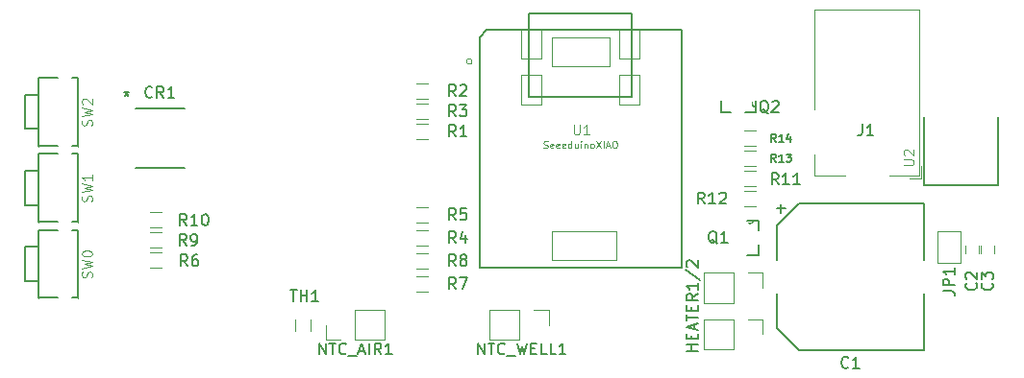
<source format=gto>
G04 #@! TF.GenerationSoftware,KiCad,Pcbnew,(5.1.6-0-10_14)*
G04 #@! TF.CreationDate,2020-10-30T11:13:33+09:00*
G04 #@! TF.ProjectId,NinjaLAMP,4e696e6a-614c-4414-9d50-2e6b69636164,rev?*
G04 #@! TF.SameCoordinates,Original*
G04 #@! TF.FileFunction,Legend,Top*
G04 #@! TF.FilePolarity,Positive*
%FSLAX46Y46*%
G04 Gerber Fmt 4.6, Leading zero omitted, Abs format (unit mm)*
G04 Created by KiCad (PCBNEW (5.1.6-0-10_14)) date 2020-10-30 11:13:33*
%MOMM*%
%LPD*%
G01*
G04 APERTURE LIST*
%ADD10C,0.150000*%
%ADD11C,0.120000*%
%ADD12C,0.152400*%
%ADD13C,0.066040*%
%ADD14C,0.127000*%
%ADD15C,0.100000*%
%ADD16C,0.203200*%
%ADD17C,0.101600*%
%ADD18C,0.076200*%
G04 APERTURE END LIST*
D10*
X167740060Y-116924710D02*
X166740060Y-116924710D01*
X167216251Y-116924710D02*
X167216251Y-116353281D01*
X167740060Y-116353281D02*
X166740060Y-116353281D01*
X167216251Y-115877091D02*
X167216251Y-115543758D01*
X167740060Y-115400900D02*
X167740060Y-115877091D01*
X166740060Y-115877091D01*
X166740060Y-115400900D01*
X167454346Y-115019948D02*
X167454346Y-114543758D01*
X167740060Y-115115186D02*
X166740060Y-114781853D01*
X167740060Y-114448520D01*
X166740060Y-114258043D02*
X166740060Y-113686615D01*
X167740060Y-113972329D02*
X166740060Y-113972329D01*
X167216251Y-113353281D02*
X167216251Y-113019948D01*
X167740060Y-112877091D02*
X167740060Y-113353281D01*
X166740060Y-113353281D01*
X166740060Y-112877091D01*
X167740060Y-111877091D02*
X167263870Y-112210424D01*
X167740060Y-112448520D02*
X166740060Y-112448520D01*
X166740060Y-112067567D01*
X166787680Y-111972329D01*
X166835299Y-111924710D01*
X166930537Y-111877091D01*
X167073394Y-111877091D01*
X167168632Y-111924710D01*
X167216251Y-111972329D01*
X167263870Y-112067567D01*
X167263870Y-112448520D01*
X167740060Y-110924710D02*
X167740060Y-111496139D01*
X167740060Y-111210424D02*
X166740060Y-111210424D01*
X166882918Y-111305662D01*
X166978156Y-111400900D01*
X167025775Y-111496139D01*
X166692441Y-109781853D02*
X167978156Y-110638996D01*
X166835299Y-109496139D02*
X166787680Y-109448520D01*
X166740060Y-109353281D01*
X166740060Y-109115186D01*
X166787680Y-109019948D01*
X166835299Y-108972329D01*
X166930537Y-108924710D01*
X167025775Y-108924710D01*
X167168632Y-108972329D01*
X167740060Y-109543758D01*
X167740060Y-108924710D01*
D11*
G04 #@! TO.C,HEATER1*
X173479240Y-114112800D02*
X173479240Y-115442800D01*
X172149240Y-114112800D02*
X173479240Y-114112800D01*
X170879240Y-114112800D02*
X170879240Y-116772800D01*
X170879240Y-116772800D02*
X168279240Y-116772800D01*
X170879240Y-114112800D02*
X168279240Y-114112800D01*
X168279240Y-114112800D02*
X168279240Y-116772800D01*
G04 #@! TO.C,HEATER2*
X168289400Y-110039400D02*
X168289400Y-112699400D01*
X170889400Y-110039400D02*
X168289400Y-110039400D01*
X170889400Y-112699400D02*
X168289400Y-112699400D01*
X170889400Y-110039400D02*
X170889400Y-112699400D01*
X172159400Y-110039400D02*
X173489400Y-110039400D01*
X173489400Y-110039400D02*
X173489400Y-111369400D01*
G04 #@! TO.C,J1*
X187224200Y-101474400D02*
X184624200Y-101474400D01*
X187224200Y-86774400D02*
X187224200Y-101474400D01*
X178024200Y-101474400D02*
X178024200Y-99574400D01*
X180724200Y-101474400D02*
X178024200Y-101474400D01*
X178024200Y-86774400D02*
X187224200Y-86774400D01*
X178024200Y-95574400D02*
X178024200Y-86774400D01*
X187424200Y-100624400D02*
X187424200Y-101674400D01*
X186374200Y-101674400D02*
X187424200Y-101674400D01*
G04 #@! TO.C,NTC_AIR1*
X134990000Y-115960000D02*
X134990000Y-114630000D01*
X136320000Y-115960000D02*
X134990000Y-115960000D01*
X137590000Y-115960000D02*
X137590000Y-113300000D01*
X137590000Y-113300000D02*
X140190000Y-113300000D01*
X137590000Y-115960000D02*
X140190000Y-115960000D01*
X140190000Y-115960000D02*
X140190000Y-113300000D01*
G04 #@! TO.C,NTC_WELL1*
X149422500Y-113300000D02*
X149422500Y-115960000D01*
X152022500Y-113300000D02*
X149422500Y-113300000D01*
X152022500Y-115960000D02*
X149422500Y-115960000D01*
X152022500Y-113300000D02*
X152022500Y-115960000D01*
X153292500Y-113300000D02*
X154622500Y-113300000D01*
X154622500Y-113300000D02*
X154622500Y-114630000D01*
D12*
G04 #@! TO.C,Q1*
X172680100Y-105384400D02*
X172095900Y-105384400D01*
X173086500Y-105384400D02*
X172680100Y-105384400D01*
X173086500Y-108432400D02*
X173086500Y-107518000D01*
X172095900Y-108432400D02*
X173086500Y-108432400D01*
X173086500Y-106298800D02*
X173086500Y-105384400D01*
X172680100Y-105384400D02*
G75*
G02*
X172273700Y-105663800I-301019J2582D01*
G01*
G04 #@! TO.C,Q2*
X171918100Y-95821300D02*
X172832500Y-95821300D01*
X169784500Y-94830700D02*
X169784500Y-95821300D01*
X169784500Y-95821300D02*
X170698900Y-95821300D01*
X172832500Y-95821300D02*
X172832500Y-95414900D01*
X172832500Y-95414900D02*
X172832500Y-94830700D01*
X172832500Y-95414900D02*
G75*
G02*
X172553100Y-95008500I2582J301019D01*
G01*
D11*
G04 #@! TO.C,R4*
X143010000Y-106254000D02*
X144010000Y-106254000D01*
X144010000Y-107614000D02*
X143010000Y-107614000D01*
G04 #@! TO.C,R5*
X144010000Y-105582000D02*
X143010000Y-105582000D01*
X143010000Y-104222000D02*
X144010000Y-104222000D01*
G04 #@! TO.C,R7*
X144010000Y-111678000D02*
X143010000Y-111678000D01*
X143010000Y-110318000D02*
X144010000Y-110318000D01*
G04 #@! TO.C,R8*
X143010000Y-108286000D02*
X144010000Y-108286000D01*
X144010000Y-109646000D02*
X143010000Y-109646000D01*
G04 #@! TO.C,R11*
X171821960Y-100996000D02*
X172821960Y-100996000D01*
X172821960Y-102356000D02*
X171821960Y-102356000D01*
G04 #@! TO.C,R12*
X172821960Y-104134000D02*
X171821960Y-104134000D01*
X171821960Y-102774000D02*
X172821960Y-102774000D01*
G04 #@! TO.C,R9*
X120510000Y-107806000D02*
X119510000Y-107806000D01*
X119510000Y-106446000D02*
X120510000Y-106446000D01*
G04 #@! TO.C,R1*
X143010000Y-96856000D02*
X144010000Y-96856000D01*
X144010000Y-98216000D02*
X143010000Y-98216000D01*
G04 #@! TO.C,R2*
X144010000Y-94660000D02*
X143010000Y-94660000D01*
X143010000Y-93300000D02*
X144010000Y-93300000D01*
G04 #@! TO.C,R13*
X172821960Y-100578000D02*
X171821960Y-100578000D01*
X171821960Y-99218000D02*
X172821960Y-99218000D01*
G04 #@! TO.C,R3*
X143010000Y-95078000D02*
X144010000Y-95078000D01*
X144010000Y-96438000D02*
X143010000Y-96438000D01*
G04 #@! TO.C,R14*
X172821960Y-98800000D02*
X171821960Y-98800000D01*
X171821960Y-97440000D02*
X172821960Y-97440000D01*
D13*
G04 #@! TO.C,U1*
X154870000Y-91760000D02*
X159950000Y-91760000D01*
X159950000Y-91760000D02*
X159950000Y-89220000D01*
X154870000Y-89220000D02*
X159950000Y-89220000D01*
X154870000Y-91760000D02*
X154870000Y-89220000D01*
X154870000Y-108905000D02*
X160585000Y-108905000D01*
X160585000Y-108905000D02*
X160585000Y-106365000D01*
X154870000Y-106365000D02*
X160585000Y-106365000D01*
X154870000Y-108905000D02*
X154870000Y-106365000D01*
X152203000Y-91125000D02*
X153981000Y-91125000D01*
X153981000Y-91125000D02*
X153981000Y-88458000D01*
X152203000Y-88458000D02*
X153981000Y-88458000D01*
X152203000Y-91125000D02*
X152203000Y-88458000D01*
X152203000Y-95191540D02*
X153981000Y-95191540D01*
X153981000Y-95191540D02*
X153981000Y-92522000D01*
X152203000Y-92522000D02*
X153981000Y-92522000D01*
X152203000Y-95191540D02*
X152203000Y-92522000D01*
X160839000Y-95191540D02*
X162617000Y-95191540D01*
X162617000Y-95191540D02*
X162617000Y-92522000D01*
X160839000Y-92522000D02*
X162617000Y-92522000D01*
X160839000Y-95191540D02*
X160839000Y-92522000D01*
X160839000Y-91125000D02*
X162617000Y-91125000D01*
X162617000Y-91125000D02*
X162617000Y-88458000D01*
X160839000Y-88458000D02*
X162617000Y-88458000D01*
X160839000Y-91125000D02*
X160839000Y-88458000D01*
D14*
X148520000Y-109540000D02*
X166317780Y-109540000D01*
X166317780Y-109540000D02*
X166317780Y-88541820D01*
X166317780Y-88541820D02*
X149190560Y-88541820D01*
X149190560Y-88541820D02*
X148520000Y-89212380D01*
X148520000Y-89212380D02*
X148520000Y-109540000D01*
X152919280Y-87116880D02*
X161913420Y-87116880D01*
X161913420Y-87116880D02*
X161913420Y-94470180D01*
X161913420Y-94470180D02*
X152914200Y-94470180D01*
X152914200Y-94470180D02*
X152914200Y-87116880D01*
D15*
X147885000Y-91379000D02*
G75*
G03*
X147885000Y-91379000I-254000J0D01*
G01*
D11*
G04 #@! TO.C,TH1*
X133682500Y-114127000D02*
X133682500Y-115127000D01*
X132322500Y-115127000D02*
X132322500Y-114127000D01*
D14*
G04 #@! TO.C,SW1*
X113168080Y-99540260D02*
X112619440Y-99540260D01*
X109721300Y-99540260D02*
X111420560Y-99540260D01*
X109721300Y-105539740D02*
X111420560Y-105539740D01*
X113168080Y-105539740D02*
X112619440Y-105539740D01*
X108522420Y-101041400D02*
X109670500Y-101041400D01*
X108522420Y-104038600D02*
X108522420Y-101041400D01*
X109670500Y-104038600D02*
X108522420Y-104038600D01*
X109670500Y-101041400D02*
X109670500Y-99540260D01*
X109670500Y-104038600D02*
X109670500Y-101041400D01*
X109670500Y-105539740D02*
X109670500Y-104038600D01*
X113168080Y-105539740D02*
X113168080Y-99540260D01*
D13*
X109734000Y-105588000D02*
X109734000Y-99619000D01*
X113163000Y-105588000D02*
X113163000Y-99619000D01*
D11*
G04 #@! TO.C,R6*
X119510000Y-108224000D02*
X120510000Y-108224000D01*
X120510000Y-109584000D02*
X119510000Y-109584000D01*
G04 #@! TO.C,R10*
X120510000Y-106028000D02*
X119510000Y-106028000D01*
X119510000Y-104668000D02*
X120510000Y-104668000D01*
D14*
G04 #@! TO.C,SW0*
X113168080Y-106240260D02*
X112619440Y-106240260D01*
X109721300Y-106240260D02*
X111420560Y-106240260D01*
X109721300Y-112239740D02*
X111420560Y-112239740D01*
X113168080Y-112239740D02*
X112619440Y-112239740D01*
X108522420Y-107741400D02*
X109670500Y-107741400D01*
X108522420Y-110738600D02*
X108522420Y-107741400D01*
X109670500Y-110738600D02*
X108522420Y-110738600D01*
X109670500Y-107741400D02*
X109670500Y-106240260D01*
X109670500Y-110738600D02*
X109670500Y-107741400D01*
X109670500Y-112239740D02*
X109670500Y-110738600D01*
X113168080Y-112239740D02*
X113168080Y-106240260D01*
D13*
X109734000Y-112288000D02*
X109734000Y-106319000D01*
X113163000Y-112288000D02*
X113163000Y-106319000D01*
G04 #@! TO.C,SW2*
X113163000Y-98888000D02*
X113163000Y-92919000D01*
X109734000Y-98888000D02*
X109734000Y-92919000D01*
D14*
X113168080Y-98839740D02*
X113168080Y-92840260D01*
X109670500Y-98839740D02*
X109670500Y-97338600D01*
X109670500Y-97338600D02*
X109670500Y-94341400D01*
X109670500Y-94341400D02*
X109670500Y-92840260D01*
X109670500Y-97338600D02*
X108522420Y-97338600D01*
X108522420Y-97338600D02*
X108522420Y-94341400D01*
X108522420Y-94341400D02*
X109670500Y-94341400D01*
X113168080Y-98839740D02*
X112619440Y-98839740D01*
X109721300Y-98839740D02*
X111420560Y-98839740D01*
X109721300Y-92840260D02*
X111420560Y-92840260D01*
X113168080Y-92840260D02*
X112619440Y-92840260D01*
D12*
G04 #@! TO.C,CR1*
X122526100Y-95491100D02*
X118258900Y-95491100D01*
X118258900Y-100748900D02*
X122526100Y-100748900D01*
D11*
G04 #@! TO.C,C2*
X191292500Y-108327000D02*
X191292500Y-107627000D01*
X192492500Y-107627000D02*
X192492500Y-108327000D01*
G04 #@! TO.C,C3*
X193892500Y-107627000D02*
X193892500Y-108327000D01*
X192692500Y-108327000D02*
X192692500Y-107627000D01*
D16*
G04 #@! TO.C,U2*
X187669900Y-102290000D02*
X187669900Y-96295600D01*
X194223100Y-102290000D02*
X187669900Y-102290000D01*
X194223100Y-96295600D02*
X194223100Y-102290000D01*
D11*
G04 #@! TO.C,JP1*
X188892500Y-109177000D02*
X188892500Y-106377000D01*
X188892500Y-106377000D02*
X190892500Y-106377000D01*
X190892500Y-106377000D02*
X190892500Y-109177000D01*
X190892500Y-109177000D02*
X188892500Y-109177000D01*
D16*
G04 #@! TO.C,C1*
X187692500Y-116867880D02*
X176692500Y-116867880D01*
X176692500Y-116867880D02*
X174692500Y-114867880D01*
X174692500Y-105867880D02*
X176692500Y-103867880D01*
X176692500Y-103867880D02*
X187692500Y-103867880D01*
X187692500Y-116867880D02*
X187692500Y-111867880D01*
X187692500Y-103867880D02*
X187692500Y-108867880D01*
X174692500Y-105867880D02*
X174692500Y-108867880D01*
X174692500Y-114867880D02*
X174692500Y-111867880D01*
G04 #@! TO.C,J1*
D10*
X182222286Y-96912740D02*
X182222286Y-97627026D01*
X182174667Y-97769883D01*
X182079429Y-97865121D01*
X181936572Y-97912740D01*
X181841334Y-97912740D01*
X183222286Y-97912740D02*
X182650858Y-97912740D01*
X182936572Y-97912740D02*
X182936572Y-96912740D01*
X182841334Y-97055598D01*
X182746096Y-97150836D01*
X182650858Y-97198455D01*
G04 #@! TO.C,NTC_AIR1*
X134402023Y-117229380D02*
X134402023Y-116229380D01*
X134973452Y-117229380D01*
X134973452Y-116229380D01*
X135306785Y-116229380D02*
X135878214Y-116229380D01*
X135592500Y-117229380D02*
X135592500Y-116229380D01*
X136782976Y-117134142D02*
X136735357Y-117181761D01*
X136592500Y-117229380D01*
X136497261Y-117229380D01*
X136354404Y-117181761D01*
X136259166Y-117086523D01*
X136211547Y-116991285D01*
X136163928Y-116800809D01*
X136163928Y-116657952D01*
X136211547Y-116467476D01*
X136259166Y-116372238D01*
X136354404Y-116277000D01*
X136497261Y-116229380D01*
X136592500Y-116229380D01*
X136735357Y-116277000D01*
X136782976Y-116324619D01*
X136973452Y-117324619D02*
X137735357Y-117324619D01*
X137925833Y-116943666D02*
X138402023Y-116943666D01*
X137830595Y-117229380D02*
X138163928Y-116229380D01*
X138497261Y-117229380D01*
X138830595Y-117229380D02*
X138830595Y-116229380D01*
X139878214Y-117229380D02*
X139544880Y-116753190D01*
X139306785Y-117229380D02*
X139306785Y-116229380D01*
X139687738Y-116229380D01*
X139782976Y-116277000D01*
X139830595Y-116324619D01*
X139878214Y-116419857D01*
X139878214Y-116562714D01*
X139830595Y-116657952D01*
X139782976Y-116705571D01*
X139687738Y-116753190D01*
X139306785Y-116753190D01*
X140830595Y-117229380D02*
X140259166Y-117229380D01*
X140544880Y-117229380D02*
X140544880Y-116229380D01*
X140449642Y-116372238D01*
X140354404Y-116467476D01*
X140259166Y-116515095D01*
G04 #@! TO.C,NTC_WELL1*
X148375357Y-117229380D02*
X148375357Y-116229380D01*
X148946785Y-117229380D01*
X148946785Y-116229380D01*
X149280119Y-116229380D02*
X149851547Y-116229380D01*
X149565833Y-117229380D02*
X149565833Y-116229380D01*
X150756309Y-117134142D02*
X150708690Y-117181761D01*
X150565833Y-117229380D01*
X150470595Y-117229380D01*
X150327738Y-117181761D01*
X150232500Y-117086523D01*
X150184880Y-116991285D01*
X150137261Y-116800809D01*
X150137261Y-116657952D01*
X150184880Y-116467476D01*
X150232500Y-116372238D01*
X150327738Y-116277000D01*
X150470595Y-116229380D01*
X150565833Y-116229380D01*
X150708690Y-116277000D01*
X150756309Y-116324619D01*
X150946785Y-117324619D02*
X151708690Y-117324619D01*
X151851547Y-116229380D02*
X152089642Y-117229380D01*
X152280119Y-116515095D01*
X152470595Y-117229380D01*
X152708690Y-116229380D01*
X153089642Y-116705571D02*
X153422976Y-116705571D01*
X153565833Y-117229380D02*
X153089642Y-117229380D01*
X153089642Y-116229380D01*
X153565833Y-116229380D01*
X154470595Y-117229380D02*
X153994404Y-117229380D01*
X153994404Y-116229380D01*
X155280119Y-117229380D02*
X154803928Y-117229380D01*
X154803928Y-116229380D01*
X156137261Y-117229380D02*
X155565833Y-117229380D01*
X155851547Y-117229380D02*
X155851547Y-116229380D01*
X155756309Y-116372238D01*
X155661071Y-116467476D01*
X155565833Y-116515095D01*
G04 #@! TO.C,Q1*
X169460661Y-107453479D02*
X169365423Y-107405860D01*
X169270185Y-107310621D01*
X169127328Y-107167764D01*
X169032090Y-107120145D01*
X168936852Y-107120145D01*
X168984471Y-107358240D02*
X168889233Y-107310621D01*
X168793995Y-107215383D01*
X168746376Y-107024907D01*
X168746376Y-106691574D01*
X168793995Y-106501098D01*
X168889233Y-106405860D01*
X168984471Y-106358240D01*
X169174947Y-106358240D01*
X169270185Y-106405860D01*
X169365423Y-106501098D01*
X169413042Y-106691574D01*
X169413042Y-107024907D01*
X169365423Y-107215383D01*
X169270185Y-107310621D01*
X169174947Y-107358240D01*
X168984471Y-107358240D01*
X170365423Y-107358240D02*
X169793995Y-107358240D01*
X170079709Y-107358240D02*
X170079709Y-106358240D01*
X169984471Y-106501098D01*
X169889233Y-106596336D01*
X169793995Y-106643955D01*
G04 #@! TO.C,Q2*
X173967261Y-95954619D02*
X173872023Y-95907000D01*
X173776785Y-95811761D01*
X173633928Y-95668904D01*
X173538690Y-95621285D01*
X173443452Y-95621285D01*
X173491071Y-95859380D02*
X173395833Y-95811761D01*
X173300595Y-95716523D01*
X173252976Y-95526047D01*
X173252976Y-95192714D01*
X173300595Y-95002238D01*
X173395833Y-94907000D01*
X173491071Y-94859380D01*
X173681547Y-94859380D01*
X173776785Y-94907000D01*
X173872023Y-95002238D01*
X173919642Y-95192714D01*
X173919642Y-95526047D01*
X173872023Y-95716523D01*
X173776785Y-95811761D01*
X173681547Y-95859380D01*
X173491071Y-95859380D01*
X174300595Y-94954619D02*
X174348214Y-94907000D01*
X174443452Y-94859380D01*
X174681547Y-94859380D01*
X174776785Y-94907000D01*
X174824404Y-94954619D01*
X174872023Y-95049857D01*
X174872023Y-95145095D01*
X174824404Y-95287952D01*
X174252976Y-95859380D01*
X174872023Y-95859380D01*
G04 #@! TO.C,R4*
X146455833Y-107386380D02*
X146122500Y-106910190D01*
X145884404Y-107386380D02*
X145884404Y-106386380D01*
X146265357Y-106386380D01*
X146360595Y-106434000D01*
X146408214Y-106481619D01*
X146455833Y-106576857D01*
X146455833Y-106719714D01*
X146408214Y-106814952D01*
X146360595Y-106862571D01*
X146265357Y-106910190D01*
X145884404Y-106910190D01*
X147312976Y-106719714D02*
X147312976Y-107386380D01*
X147074880Y-106338761D02*
X146836785Y-107053047D01*
X147455833Y-107053047D01*
G04 #@! TO.C,R5*
X146455833Y-105354380D02*
X146122500Y-104878190D01*
X145884404Y-105354380D02*
X145884404Y-104354380D01*
X146265357Y-104354380D01*
X146360595Y-104402000D01*
X146408214Y-104449619D01*
X146455833Y-104544857D01*
X146455833Y-104687714D01*
X146408214Y-104782952D01*
X146360595Y-104830571D01*
X146265357Y-104878190D01*
X145884404Y-104878190D01*
X147360595Y-104354380D02*
X146884404Y-104354380D01*
X146836785Y-104830571D01*
X146884404Y-104782952D01*
X146979642Y-104735333D01*
X147217738Y-104735333D01*
X147312976Y-104782952D01*
X147360595Y-104830571D01*
X147408214Y-104925809D01*
X147408214Y-105163904D01*
X147360595Y-105259142D01*
X147312976Y-105306761D01*
X147217738Y-105354380D01*
X146979642Y-105354380D01*
X146884404Y-105306761D01*
X146836785Y-105259142D01*
G04 #@! TO.C,R7*
X146455833Y-111450380D02*
X146122500Y-110974190D01*
X145884404Y-111450380D02*
X145884404Y-110450380D01*
X146265357Y-110450380D01*
X146360595Y-110498000D01*
X146408214Y-110545619D01*
X146455833Y-110640857D01*
X146455833Y-110783714D01*
X146408214Y-110878952D01*
X146360595Y-110926571D01*
X146265357Y-110974190D01*
X145884404Y-110974190D01*
X146789166Y-110450380D02*
X147455833Y-110450380D01*
X147027261Y-111450380D01*
G04 #@! TO.C,R8*
X146455833Y-109418380D02*
X146122500Y-108942190D01*
X145884404Y-109418380D02*
X145884404Y-108418380D01*
X146265357Y-108418380D01*
X146360595Y-108466000D01*
X146408214Y-108513619D01*
X146455833Y-108608857D01*
X146455833Y-108751714D01*
X146408214Y-108846952D01*
X146360595Y-108894571D01*
X146265357Y-108942190D01*
X145884404Y-108942190D01*
X147027261Y-108846952D02*
X146932023Y-108799333D01*
X146884404Y-108751714D01*
X146836785Y-108656476D01*
X146836785Y-108608857D01*
X146884404Y-108513619D01*
X146932023Y-108466000D01*
X147027261Y-108418380D01*
X147217738Y-108418380D01*
X147312976Y-108466000D01*
X147360595Y-108513619D01*
X147408214Y-108608857D01*
X147408214Y-108656476D01*
X147360595Y-108751714D01*
X147312976Y-108799333D01*
X147217738Y-108846952D01*
X147027261Y-108846952D01*
X146932023Y-108894571D01*
X146884404Y-108942190D01*
X146836785Y-109037428D01*
X146836785Y-109227904D01*
X146884404Y-109323142D01*
X146932023Y-109370761D01*
X147027261Y-109418380D01*
X147217738Y-109418380D01*
X147312976Y-109370761D01*
X147360595Y-109323142D01*
X147408214Y-109227904D01*
X147408214Y-109037428D01*
X147360595Y-108942190D01*
X147312976Y-108894571D01*
X147217738Y-108846952D01*
G04 #@! TO.C,R11*
X174849642Y-102229380D02*
X174516309Y-101753190D01*
X174278214Y-102229380D02*
X174278214Y-101229380D01*
X174659166Y-101229380D01*
X174754404Y-101277000D01*
X174802023Y-101324619D01*
X174849642Y-101419857D01*
X174849642Y-101562714D01*
X174802023Y-101657952D01*
X174754404Y-101705571D01*
X174659166Y-101753190D01*
X174278214Y-101753190D01*
X175802023Y-102229380D02*
X175230595Y-102229380D01*
X175516309Y-102229380D02*
X175516309Y-101229380D01*
X175421071Y-101372238D01*
X175325833Y-101467476D01*
X175230595Y-101515095D01*
X176754404Y-102229380D02*
X176182976Y-102229380D01*
X176468690Y-102229380D02*
X176468690Y-101229380D01*
X176373452Y-101372238D01*
X176278214Y-101467476D01*
X176182976Y-101515095D01*
G04 #@! TO.C,R12*
X168349642Y-103929380D02*
X168016309Y-103453190D01*
X167778214Y-103929380D02*
X167778214Y-102929380D01*
X168159166Y-102929380D01*
X168254404Y-102977000D01*
X168302023Y-103024619D01*
X168349642Y-103119857D01*
X168349642Y-103262714D01*
X168302023Y-103357952D01*
X168254404Y-103405571D01*
X168159166Y-103453190D01*
X167778214Y-103453190D01*
X169302023Y-103929380D02*
X168730595Y-103929380D01*
X169016309Y-103929380D02*
X169016309Y-102929380D01*
X168921071Y-103072238D01*
X168825833Y-103167476D01*
X168730595Y-103215095D01*
X169682976Y-103024619D02*
X169730595Y-102977000D01*
X169825833Y-102929380D01*
X170063928Y-102929380D01*
X170159166Y-102977000D01*
X170206785Y-103024619D01*
X170254404Y-103119857D01*
X170254404Y-103215095D01*
X170206785Y-103357952D01*
X169635357Y-103929380D01*
X170254404Y-103929380D01*
G04 #@! TO.C,R9*
X122725833Y-107629380D02*
X122392500Y-107153190D01*
X122154404Y-107629380D02*
X122154404Y-106629380D01*
X122535357Y-106629380D01*
X122630595Y-106677000D01*
X122678214Y-106724619D01*
X122725833Y-106819857D01*
X122725833Y-106962714D01*
X122678214Y-107057952D01*
X122630595Y-107105571D01*
X122535357Y-107153190D01*
X122154404Y-107153190D01*
X123202023Y-107629380D02*
X123392500Y-107629380D01*
X123487738Y-107581761D01*
X123535357Y-107534142D01*
X123630595Y-107391285D01*
X123678214Y-107200809D01*
X123678214Y-106819857D01*
X123630595Y-106724619D01*
X123582976Y-106677000D01*
X123487738Y-106629380D01*
X123297261Y-106629380D01*
X123202023Y-106677000D01*
X123154404Y-106724619D01*
X123106785Y-106819857D01*
X123106785Y-107057952D01*
X123154404Y-107153190D01*
X123202023Y-107200809D01*
X123297261Y-107248428D01*
X123487738Y-107248428D01*
X123582976Y-107200809D01*
X123630595Y-107153190D01*
X123678214Y-107057952D01*
G04 #@! TO.C,R1*
X146455833Y-97988380D02*
X146122500Y-97512190D01*
X145884404Y-97988380D02*
X145884404Y-96988380D01*
X146265357Y-96988380D01*
X146360595Y-97036000D01*
X146408214Y-97083619D01*
X146455833Y-97178857D01*
X146455833Y-97321714D01*
X146408214Y-97416952D01*
X146360595Y-97464571D01*
X146265357Y-97512190D01*
X145884404Y-97512190D01*
X147408214Y-97988380D02*
X146836785Y-97988380D01*
X147122500Y-97988380D02*
X147122500Y-96988380D01*
X147027261Y-97131238D01*
X146932023Y-97226476D01*
X146836785Y-97274095D01*
G04 #@! TO.C,R2*
X146455833Y-94432380D02*
X146122500Y-93956190D01*
X145884404Y-94432380D02*
X145884404Y-93432380D01*
X146265357Y-93432380D01*
X146360595Y-93480000D01*
X146408214Y-93527619D01*
X146455833Y-93622857D01*
X146455833Y-93765714D01*
X146408214Y-93860952D01*
X146360595Y-93908571D01*
X146265357Y-93956190D01*
X145884404Y-93956190D01*
X146836785Y-93527619D02*
X146884404Y-93480000D01*
X146979642Y-93432380D01*
X147217738Y-93432380D01*
X147312976Y-93480000D01*
X147360595Y-93527619D01*
X147408214Y-93622857D01*
X147408214Y-93718095D01*
X147360595Y-93860952D01*
X146789166Y-94432380D01*
X147408214Y-94432380D01*
G04 #@! TO.C,R13*
X174642500Y-100243666D02*
X174409166Y-99910333D01*
X174242500Y-100243666D02*
X174242500Y-99543666D01*
X174509166Y-99543666D01*
X174575833Y-99577000D01*
X174609166Y-99610333D01*
X174642500Y-99677000D01*
X174642500Y-99777000D01*
X174609166Y-99843666D01*
X174575833Y-99877000D01*
X174509166Y-99910333D01*
X174242500Y-99910333D01*
X175309166Y-100243666D02*
X174909166Y-100243666D01*
X175109166Y-100243666D02*
X175109166Y-99543666D01*
X175042500Y-99643666D01*
X174975833Y-99710333D01*
X174909166Y-99743666D01*
X175542500Y-99543666D02*
X175975833Y-99543666D01*
X175742500Y-99810333D01*
X175842500Y-99810333D01*
X175909166Y-99843666D01*
X175942500Y-99877000D01*
X175975833Y-99943666D01*
X175975833Y-100110333D01*
X175942500Y-100177000D01*
X175909166Y-100210333D01*
X175842500Y-100243666D01*
X175642500Y-100243666D01*
X175575833Y-100210333D01*
X175542500Y-100177000D01*
G04 #@! TO.C,R3*
X146455833Y-96210380D02*
X146122500Y-95734190D01*
X145884404Y-96210380D02*
X145884404Y-95210380D01*
X146265357Y-95210380D01*
X146360595Y-95258000D01*
X146408214Y-95305619D01*
X146455833Y-95400857D01*
X146455833Y-95543714D01*
X146408214Y-95638952D01*
X146360595Y-95686571D01*
X146265357Y-95734190D01*
X145884404Y-95734190D01*
X146789166Y-95210380D02*
X147408214Y-95210380D01*
X147074880Y-95591333D01*
X147217738Y-95591333D01*
X147312976Y-95638952D01*
X147360595Y-95686571D01*
X147408214Y-95781809D01*
X147408214Y-96019904D01*
X147360595Y-96115142D01*
X147312976Y-96162761D01*
X147217738Y-96210380D01*
X146932023Y-96210380D01*
X146836785Y-96162761D01*
X146789166Y-96115142D01*
G04 #@! TO.C,R14*
X174652500Y-98473666D02*
X174419166Y-98140333D01*
X174252500Y-98473666D02*
X174252500Y-97773666D01*
X174519166Y-97773666D01*
X174585833Y-97807000D01*
X174619166Y-97840333D01*
X174652500Y-97907000D01*
X174652500Y-98007000D01*
X174619166Y-98073666D01*
X174585833Y-98107000D01*
X174519166Y-98140333D01*
X174252500Y-98140333D01*
X175319166Y-98473666D02*
X174919166Y-98473666D01*
X175119166Y-98473666D02*
X175119166Y-97773666D01*
X175052500Y-97873666D01*
X174985833Y-97940333D01*
X174919166Y-97973666D01*
X175919166Y-98007000D02*
X175919166Y-98473666D01*
X175752500Y-97740333D02*
X175585833Y-98240333D01*
X176019166Y-98240333D01*
G04 #@! TO.C,U1*
D17*
X156816106Y-96927046D02*
X156816106Y-97646713D01*
X156858440Y-97731380D01*
X156900773Y-97773713D01*
X156985440Y-97816046D01*
X157154773Y-97816046D01*
X157239440Y-97773713D01*
X157281773Y-97731380D01*
X157324106Y-97646713D01*
X157324106Y-96927046D01*
X158213106Y-97816046D02*
X157705106Y-97816046D01*
X157959106Y-97816046D02*
X157959106Y-96927046D01*
X157874440Y-97054046D01*
X157789773Y-97138713D01*
X157705106Y-97181046D01*
D18*
X154187828Y-98991742D02*
X154274914Y-99020771D01*
X154420057Y-99020771D01*
X154478114Y-98991742D01*
X154507142Y-98962714D01*
X154536171Y-98904657D01*
X154536171Y-98846600D01*
X154507142Y-98788542D01*
X154478114Y-98759514D01*
X154420057Y-98730485D01*
X154303942Y-98701457D01*
X154245885Y-98672428D01*
X154216857Y-98643400D01*
X154187828Y-98585342D01*
X154187828Y-98527285D01*
X154216857Y-98469228D01*
X154245885Y-98440200D01*
X154303942Y-98411171D01*
X154449085Y-98411171D01*
X154536171Y-98440200D01*
X155029657Y-98991742D02*
X154971600Y-99020771D01*
X154855485Y-99020771D01*
X154797428Y-98991742D01*
X154768400Y-98933685D01*
X154768400Y-98701457D01*
X154797428Y-98643400D01*
X154855485Y-98614371D01*
X154971600Y-98614371D01*
X155029657Y-98643400D01*
X155058685Y-98701457D01*
X155058685Y-98759514D01*
X154768400Y-98817571D01*
X155552171Y-98991742D02*
X155494114Y-99020771D01*
X155378000Y-99020771D01*
X155319942Y-98991742D01*
X155290914Y-98933685D01*
X155290914Y-98701457D01*
X155319942Y-98643400D01*
X155378000Y-98614371D01*
X155494114Y-98614371D01*
X155552171Y-98643400D01*
X155581200Y-98701457D01*
X155581200Y-98759514D01*
X155290914Y-98817571D01*
X156074685Y-98991742D02*
X156016628Y-99020771D01*
X155900514Y-99020771D01*
X155842457Y-98991742D01*
X155813428Y-98933685D01*
X155813428Y-98701457D01*
X155842457Y-98643400D01*
X155900514Y-98614371D01*
X156016628Y-98614371D01*
X156074685Y-98643400D01*
X156103714Y-98701457D01*
X156103714Y-98759514D01*
X155813428Y-98817571D01*
X156626228Y-99020771D02*
X156626228Y-98411171D01*
X156626228Y-98991742D02*
X156568171Y-99020771D01*
X156452057Y-99020771D01*
X156394000Y-98991742D01*
X156364971Y-98962714D01*
X156335942Y-98904657D01*
X156335942Y-98730485D01*
X156364971Y-98672428D01*
X156394000Y-98643400D01*
X156452057Y-98614371D01*
X156568171Y-98614371D01*
X156626228Y-98643400D01*
X157177771Y-98614371D02*
X157177771Y-99020771D01*
X156916514Y-98614371D02*
X156916514Y-98933685D01*
X156945542Y-98991742D01*
X157003600Y-99020771D01*
X157090685Y-99020771D01*
X157148742Y-98991742D01*
X157177771Y-98962714D01*
X157468057Y-99020771D02*
X157468057Y-98614371D01*
X157468057Y-98411171D02*
X157439028Y-98440200D01*
X157468057Y-98469228D01*
X157497085Y-98440200D01*
X157468057Y-98411171D01*
X157468057Y-98469228D01*
X157758342Y-98614371D02*
X157758342Y-99020771D01*
X157758342Y-98672428D02*
X157787371Y-98643400D01*
X157845428Y-98614371D01*
X157932514Y-98614371D01*
X157990571Y-98643400D01*
X158019600Y-98701457D01*
X158019600Y-99020771D01*
X158396971Y-99020771D02*
X158338914Y-98991742D01*
X158309885Y-98962714D01*
X158280857Y-98904657D01*
X158280857Y-98730485D01*
X158309885Y-98672428D01*
X158338914Y-98643400D01*
X158396971Y-98614371D01*
X158484057Y-98614371D01*
X158542114Y-98643400D01*
X158571142Y-98672428D01*
X158600171Y-98730485D01*
X158600171Y-98904657D01*
X158571142Y-98962714D01*
X158542114Y-98991742D01*
X158484057Y-99020771D01*
X158396971Y-99020771D01*
X158803371Y-98411171D02*
X159209771Y-99020771D01*
X159209771Y-98411171D02*
X158803371Y-99020771D01*
X159442000Y-99020771D02*
X159442000Y-98411171D01*
X159703257Y-98846600D02*
X159993542Y-98846600D01*
X159645200Y-99020771D02*
X159848400Y-98411171D01*
X160051600Y-99020771D01*
X160370914Y-98411171D02*
X160487028Y-98411171D01*
X160545085Y-98440200D01*
X160603142Y-98498257D01*
X160632171Y-98614371D01*
X160632171Y-98817571D01*
X160603142Y-98933685D01*
X160545085Y-98991742D01*
X160487028Y-99020771D01*
X160370914Y-99020771D01*
X160312857Y-98991742D01*
X160254800Y-98933685D01*
X160225771Y-98817571D01*
X160225771Y-98614371D01*
X160254800Y-98498257D01*
X160312857Y-98440200D01*
X160370914Y-98411171D01*
G04 #@! TO.C,TH1*
D10*
X131876785Y-111559380D02*
X132448214Y-111559380D01*
X132162500Y-112559380D02*
X132162500Y-111559380D01*
X132781547Y-112559380D02*
X132781547Y-111559380D01*
X132781547Y-112035571D02*
X133352976Y-112035571D01*
X133352976Y-112559380D02*
X133352976Y-111559380D01*
X134352976Y-112559380D02*
X133781547Y-112559380D01*
X134067261Y-112559380D02*
X134067261Y-111559380D01*
X133972023Y-111702238D01*
X133876785Y-111797476D01*
X133781547Y-111845095D01*
G04 #@! TO.C,SW1*
D17*
X114382333Y-103692333D02*
X114424666Y-103565333D01*
X114424666Y-103353666D01*
X114382333Y-103269000D01*
X114340000Y-103226666D01*
X114255333Y-103184333D01*
X114170666Y-103184333D01*
X114086000Y-103226666D01*
X114043666Y-103269000D01*
X114001333Y-103353666D01*
X113959000Y-103523000D01*
X113916666Y-103607666D01*
X113874333Y-103650000D01*
X113789666Y-103692333D01*
X113705000Y-103692333D01*
X113620333Y-103650000D01*
X113578000Y-103607666D01*
X113535666Y-103523000D01*
X113535666Y-103311333D01*
X113578000Y-103184333D01*
X113535666Y-102888000D02*
X114424666Y-102676333D01*
X113789666Y-102507000D01*
X114424666Y-102337666D01*
X113535666Y-102126000D01*
X114424666Y-101321666D02*
X114424666Y-101829666D01*
X114424666Y-101575666D02*
X113535666Y-101575666D01*
X113662666Y-101660333D01*
X113747333Y-101745000D01*
X113789666Y-101829666D01*
G04 #@! TO.C,R6*
D10*
X122825833Y-109429380D02*
X122492500Y-108953190D01*
X122254404Y-109429380D02*
X122254404Y-108429380D01*
X122635357Y-108429380D01*
X122730595Y-108477000D01*
X122778214Y-108524619D01*
X122825833Y-108619857D01*
X122825833Y-108762714D01*
X122778214Y-108857952D01*
X122730595Y-108905571D01*
X122635357Y-108953190D01*
X122254404Y-108953190D01*
X123682976Y-108429380D02*
X123492500Y-108429380D01*
X123397261Y-108477000D01*
X123349642Y-108524619D01*
X123254404Y-108667476D01*
X123206785Y-108857952D01*
X123206785Y-109238904D01*
X123254404Y-109334142D01*
X123302023Y-109381761D01*
X123397261Y-109429380D01*
X123587738Y-109429380D01*
X123682976Y-109381761D01*
X123730595Y-109334142D01*
X123778214Y-109238904D01*
X123778214Y-109000809D01*
X123730595Y-108905571D01*
X123682976Y-108857952D01*
X123587738Y-108810333D01*
X123397261Y-108810333D01*
X123302023Y-108857952D01*
X123254404Y-108905571D01*
X123206785Y-109000809D01*
G04 #@! TO.C,R10*
X122749642Y-105829380D02*
X122416309Y-105353190D01*
X122178214Y-105829380D02*
X122178214Y-104829380D01*
X122559166Y-104829380D01*
X122654404Y-104877000D01*
X122702023Y-104924619D01*
X122749642Y-105019857D01*
X122749642Y-105162714D01*
X122702023Y-105257952D01*
X122654404Y-105305571D01*
X122559166Y-105353190D01*
X122178214Y-105353190D01*
X123702023Y-105829380D02*
X123130595Y-105829380D01*
X123416309Y-105829380D02*
X123416309Y-104829380D01*
X123321071Y-104972238D01*
X123225833Y-105067476D01*
X123130595Y-105115095D01*
X124321071Y-104829380D02*
X124416309Y-104829380D01*
X124511547Y-104877000D01*
X124559166Y-104924619D01*
X124606785Y-105019857D01*
X124654404Y-105210333D01*
X124654404Y-105448428D01*
X124606785Y-105638904D01*
X124559166Y-105734142D01*
X124511547Y-105781761D01*
X124416309Y-105829380D01*
X124321071Y-105829380D01*
X124225833Y-105781761D01*
X124178214Y-105734142D01*
X124130595Y-105638904D01*
X124082976Y-105448428D01*
X124082976Y-105210333D01*
X124130595Y-105019857D01*
X124178214Y-104924619D01*
X124225833Y-104877000D01*
X124321071Y-104829380D01*
G04 #@! TO.C,SW0*
D17*
X114382333Y-110425333D02*
X114424666Y-110298333D01*
X114424666Y-110086666D01*
X114382333Y-110002000D01*
X114340000Y-109959666D01*
X114255333Y-109917333D01*
X114170666Y-109917333D01*
X114086000Y-109959666D01*
X114043666Y-110002000D01*
X114001333Y-110086666D01*
X113959000Y-110256000D01*
X113916666Y-110340666D01*
X113874333Y-110383000D01*
X113789666Y-110425333D01*
X113705000Y-110425333D01*
X113620333Y-110383000D01*
X113578000Y-110340666D01*
X113535666Y-110256000D01*
X113535666Y-110044333D01*
X113578000Y-109917333D01*
X113535666Y-109621000D02*
X114424666Y-109409333D01*
X113789666Y-109240000D01*
X114424666Y-109070666D01*
X113535666Y-108859000D01*
X113535666Y-108351000D02*
X113535666Y-108266333D01*
X113578000Y-108181666D01*
X113620333Y-108139333D01*
X113705000Y-108097000D01*
X113874333Y-108054666D01*
X114086000Y-108054666D01*
X114255333Y-108097000D01*
X114340000Y-108139333D01*
X114382333Y-108181666D01*
X114424666Y-108266333D01*
X114424666Y-108351000D01*
X114382333Y-108435666D01*
X114340000Y-108478000D01*
X114255333Y-108520333D01*
X114086000Y-108562666D01*
X113874333Y-108562666D01*
X113705000Y-108520333D01*
X113620333Y-108478000D01*
X113578000Y-108435666D01*
X113535666Y-108351000D01*
G04 #@! TO.C,SW2*
X114382333Y-97025333D02*
X114424666Y-96898333D01*
X114424666Y-96686666D01*
X114382333Y-96602000D01*
X114340000Y-96559666D01*
X114255333Y-96517333D01*
X114170666Y-96517333D01*
X114086000Y-96559666D01*
X114043666Y-96602000D01*
X114001333Y-96686666D01*
X113959000Y-96856000D01*
X113916666Y-96940666D01*
X113874333Y-96983000D01*
X113789666Y-97025333D01*
X113705000Y-97025333D01*
X113620333Y-96983000D01*
X113578000Y-96940666D01*
X113535666Y-96856000D01*
X113535666Y-96644333D01*
X113578000Y-96517333D01*
X113535666Y-96221000D02*
X114424666Y-96009333D01*
X113789666Y-95840000D01*
X114424666Y-95670666D01*
X113535666Y-95459000D01*
X113620333Y-95162666D02*
X113578000Y-95120333D01*
X113535666Y-95035666D01*
X113535666Y-94824000D01*
X113578000Y-94739333D01*
X113620333Y-94697000D01*
X113705000Y-94654666D01*
X113789666Y-94654666D01*
X113916666Y-94697000D01*
X114424666Y-95205000D01*
X114424666Y-94654666D01*
G04 #@! TO.C,CR1*
D10*
X119725833Y-94477142D02*
X119678214Y-94524761D01*
X119535357Y-94572380D01*
X119440119Y-94572380D01*
X119297261Y-94524761D01*
X119202023Y-94429523D01*
X119154404Y-94334285D01*
X119106785Y-94143809D01*
X119106785Y-94000952D01*
X119154404Y-93810476D01*
X119202023Y-93715238D01*
X119297261Y-93620000D01*
X119440119Y-93572380D01*
X119535357Y-93572380D01*
X119678214Y-93620000D01*
X119725833Y-93667619D01*
X120725833Y-94572380D02*
X120392500Y-94096190D01*
X120154404Y-94572380D02*
X120154404Y-93572380D01*
X120535357Y-93572380D01*
X120630595Y-93620000D01*
X120678214Y-93667619D01*
X120725833Y-93762857D01*
X120725833Y-93905714D01*
X120678214Y-94000952D01*
X120630595Y-94048571D01*
X120535357Y-94096190D01*
X120154404Y-94096190D01*
X121678214Y-94572380D02*
X121106785Y-94572380D01*
X121392500Y-94572380D02*
X121392500Y-93572380D01*
X121297261Y-93715238D01*
X121202023Y-93810476D01*
X121106785Y-93858095D01*
X117458800Y-93965580D02*
X117458800Y-94203676D01*
X117220704Y-94108438D02*
X117458800Y-94203676D01*
X117696895Y-94108438D01*
X117315942Y-94394152D02*
X117458800Y-94203676D01*
X117601657Y-94394152D01*
X117458800Y-93965580D02*
X117458800Y-94203676D01*
X117220704Y-94108438D02*
X117458800Y-94203676D01*
X117696895Y-94108438D01*
X117315942Y-94394152D02*
X117458800Y-94203676D01*
X117601657Y-94394152D01*
G04 #@! TO.C,C2*
X192249642Y-110943666D02*
X192297261Y-110991285D01*
X192344880Y-111134142D01*
X192344880Y-111229380D01*
X192297261Y-111372238D01*
X192202023Y-111467476D01*
X192106785Y-111515095D01*
X191916309Y-111562714D01*
X191773452Y-111562714D01*
X191582976Y-111515095D01*
X191487738Y-111467476D01*
X191392500Y-111372238D01*
X191344880Y-111229380D01*
X191344880Y-111134142D01*
X191392500Y-110991285D01*
X191440119Y-110943666D01*
X191440119Y-110562714D02*
X191392500Y-110515095D01*
X191344880Y-110419857D01*
X191344880Y-110181761D01*
X191392500Y-110086523D01*
X191440119Y-110038904D01*
X191535357Y-109991285D01*
X191630595Y-109991285D01*
X191773452Y-110038904D01*
X192344880Y-110610333D01*
X192344880Y-109991285D01*
G04 #@! TO.C,C3*
X193649642Y-110943666D02*
X193697261Y-110991285D01*
X193744880Y-111134142D01*
X193744880Y-111229380D01*
X193697261Y-111372238D01*
X193602023Y-111467476D01*
X193506785Y-111515095D01*
X193316309Y-111562714D01*
X193173452Y-111562714D01*
X192982976Y-111515095D01*
X192887738Y-111467476D01*
X192792500Y-111372238D01*
X192744880Y-111229380D01*
X192744880Y-111134142D01*
X192792500Y-110991285D01*
X192840119Y-110943666D01*
X192744880Y-110610333D02*
X192744880Y-109991285D01*
X193125833Y-110324619D01*
X193125833Y-110181761D01*
X193173452Y-110086523D01*
X193221071Y-110038904D01*
X193316309Y-109991285D01*
X193554404Y-109991285D01*
X193649642Y-110038904D01*
X193697261Y-110086523D01*
X193744880Y-110181761D01*
X193744880Y-110467476D01*
X193697261Y-110562714D01*
X193649642Y-110610333D01*
G04 #@! TO.C,U2*
D17*
X185887666Y-100554333D02*
X186607333Y-100554333D01*
X186692000Y-100512000D01*
X186734333Y-100469666D01*
X186776666Y-100385000D01*
X186776666Y-100215666D01*
X186734333Y-100131000D01*
X186692000Y-100088666D01*
X186607333Y-100046333D01*
X185887666Y-100046333D01*
X185972333Y-99665333D02*
X185930000Y-99623000D01*
X185887666Y-99538333D01*
X185887666Y-99326666D01*
X185930000Y-99242000D01*
X185972333Y-99199666D01*
X186057000Y-99157333D01*
X186141666Y-99157333D01*
X186268666Y-99199666D01*
X186776666Y-99707666D01*
X186776666Y-99157333D01*
G04 #@! TO.C,JP1*
D10*
X189344880Y-111610333D02*
X190059166Y-111610333D01*
X190202023Y-111657952D01*
X190297261Y-111753190D01*
X190344880Y-111896047D01*
X190344880Y-111991285D01*
X190344880Y-111134142D02*
X189344880Y-111134142D01*
X189344880Y-110753190D01*
X189392500Y-110657952D01*
X189440119Y-110610333D01*
X189535357Y-110562714D01*
X189678214Y-110562714D01*
X189773452Y-110610333D01*
X189821071Y-110657952D01*
X189868690Y-110753190D01*
X189868690Y-111134142D01*
X190344880Y-109610333D02*
X190344880Y-110181761D01*
X190344880Y-109896047D02*
X189344880Y-109896047D01*
X189487738Y-109991285D01*
X189582976Y-110086523D01*
X189630595Y-110181761D01*
G04 #@! TO.C,C1*
X181025833Y-118345022D02*
X180978214Y-118392641D01*
X180835357Y-118440260D01*
X180740119Y-118440260D01*
X180597261Y-118392641D01*
X180502023Y-118297403D01*
X180454404Y-118202165D01*
X180406785Y-118011689D01*
X180406785Y-117868832D01*
X180454404Y-117678356D01*
X180502023Y-117583118D01*
X180597261Y-117487880D01*
X180740119Y-117440260D01*
X180835357Y-117440260D01*
X180978214Y-117487880D01*
X181025833Y-117535499D01*
X181978214Y-118440260D02*
X181406785Y-118440260D01*
X181692500Y-118440260D02*
X181692500Y-117440260D01*
X181597261Y-117583118D01*
X181502023Y-117678356D01*
X181406785Y-117725975D01*
X174715547Y-104343308D02*
X175477452Y-104343308D01*
X175096500Y-104724260D02*
X175096500Y-103962356D01*
G04 #@! TD*
M02*

</source>
